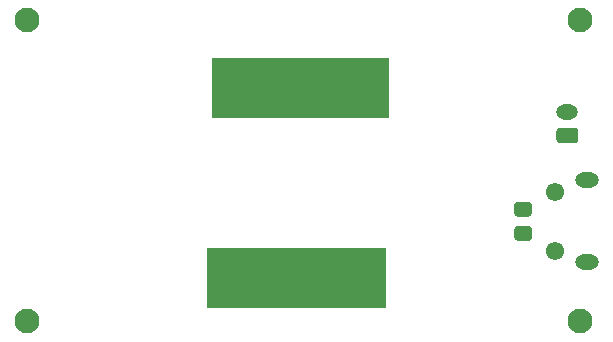
<source format=gbr>
%TF.GenerationSoftware,KiCad,Pcbnew,(5.1.9)-1*%
%TF.CreationDate,2021-01-14T15:41:35-05:00*%
%TF.ProjectId,TI59_battery,54493539-5f62-4617-9474-6572792e6b69,1*%
%TF.SameCoordinates,Original*%
%TF.FileFunction,Soldermask,Top*%
%TF.FilePolarity,Negative*%
%FSLAX46Y46*%
G04 Gerber Fmt 4.6, Leading zero omitted, Abs format (unit mm)*
G04 Created by KiCad (PCBNEW (5.1.9)-1) date 2021-01-14 15:41:35*
%MOMM*%
%LPD*%
G01*
G04 APERTURE LIST*
%ADD10C,0.100000*%
%ADD11C,1.550000*%
%ADD12O,2.000000X1.300000*%
%ADD13C,2.100000*%
%ADD14O,1.850000X1.300000*%
G04 APERTURE END LIST*
D10*
G36*
X150822229Y-95414147D02*
G01*
X135922229Y-95414147D01*
X135922229Y-90414147D01*
X150822229Y-90414147D01*
X150822229Y-95414147D01*
G37*
X150822229Y-95414147D02*
X135922229Y-95414147D01*
X135922229Y-90414147D01*
X150822229Y-90414147D01*
X150822229Y-95414147D01*
G36*
X150581073Y-111544198D02*
G01*
X135481073Y-111544198D01*
X135481072Y-106544198D01*
X150581072Y-106544198D01*
X150581073Y-111544198D01*
G37*
X150581073Y-111544198D02*
X135481073Y-111544198D01*
X135481072Y-106544198D01*
X150581072Y-106544198D01*
X150581073Y-111544198D01*
D11*
%TO.C,J1*%
X164937500Y-101750000D03*
X164937500Y-106750000D03*
D12*
X167637500Y-100750000D03*
X167637500Y-107750000D03*
%TD*%
%TO.C,D1*%
G36*
G01*
X162728262Y-103875000D02*
X161771738Y-103875000D01*
G75*
G02*
X161500000Y-103603262I0J271738D01*
G01*
X161500000Y-102896738D01*
G75*
G02*
X161771738Y-102625000I271738J0D01*
G01*
X162728262Y-102625000D01*
G75*
G02*
X163000000Y-102896738I0J-271738D01*
G01*
X163000000Y-103603262D01*
G75*
G02*
X162728262Y-103875000I-271738J0D01*
G01*
G37*
G36*
G01*
X162728262Y-105925000D02*
X161771738Y-105925000D01*
G75*
G02*
X161500000Y-105653262I0J271738D01*
G01*
X161500000Y-104946738D01*
G75*
G02*
X161771738Y-104675000I271738J0D01*
G01*
X162728262Y-104675000D01*
G75*
G02*
X163000000Y-104946738I0J-271738D01*
G01*
X163000000Y-105653262D01*
G75*
G02*
X162728262Y-105925000I-271738J0D01*
G01*
G37*
%TD*%
D13*
%TO.C,H1*%
X167050000Y-112750000D03*
%TD*%
%TO.C,H2*%
X120250000Y-87250000D03*
%TD*%
%TO.C,J2*%
G36*
G01*
X166654168Y-97650000D02*
X165345832Y-97650000D01*
G75*
G02*
X165075000Y-97379168I0J270832D01*
G01*
X165075000Y-96620832D01*
G75*
G02*
X165345832Y-96350000I270832J0D01*
G01*
X166654168Y-96350000D01*
G75*
G02*
X166925000Y-96620832I0J-270832D01*
G01*
X166925000Y-97379168D01*
G75*
G02*
X166654168Y-97650000I-270832J0D01*
G01*
G37*
D14*
X166000000Y-95000000D03*
%TD*%
D13*
%TO.C,H3*%
X120250000Y-112750000D03*
%TD*%
%TO.C,H4*%
X167050000Y-87250000D03*
%TD*%
M02*

</source>
